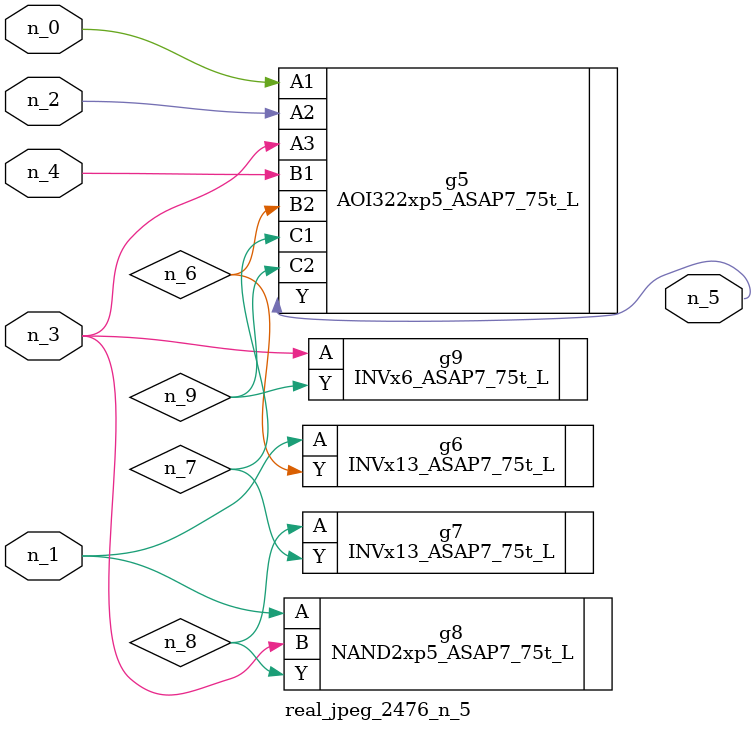
<source format=v>
module real_jpeg_2476_n_5 (n_4, n_0, n_1, n_2, n_3, n_5);

input n_4;
input n_0;
input n_1;
input n_2;
input n_3;

output n_5;

wire n_8;
wire n_6;
wire n_7;
wire n_9;

AOI322xp5_ASAP7_75t_L g5 ( 
.A1(n_0),
.A2(n_2),
.A3(n_3),
.B1(n_4),
.B2(n_6),
.C1(n_7),
.C2(n_9),
.Y(n_5)
);

INVx13_ASAP7_75t_L g6 ( 
.A(n_1),
.Y(n_6)
);

NAND2xp5_ASAP7_75t_L g8 ( 
.A(n_1),
.B(n_3),
.Y(n_8)
);

INVx6_ASAP7_75t_L g9 ( 
.A(n_3),
.Y(n_9)
);

INVx13_ASAP7_75t_L g7 ( 
.A(n_8),
.Y(n_7)
);


endmodule
</source>
